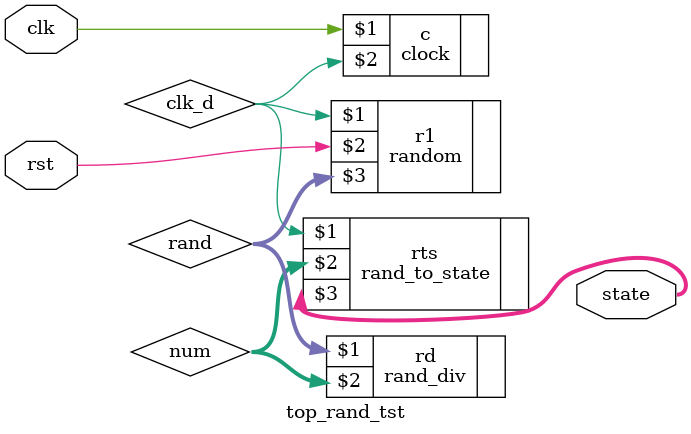
<source format=v>
`timescale 1ns / 1ps


module top_rand_tst(
input clk,
input rst,
output [3:0] state
    );
wire [4:0] rand;
wire [2:0] num;
wire clk_d;
    clock c(clk,clk_d);
    random r1(clk_d,rst,rand);
    rand_div rd(rand,num);
    rand_to_state rts (clk_d,num,state);
//    rand_to_state rts(clk_d,rand,num);
endmodule

</source>
